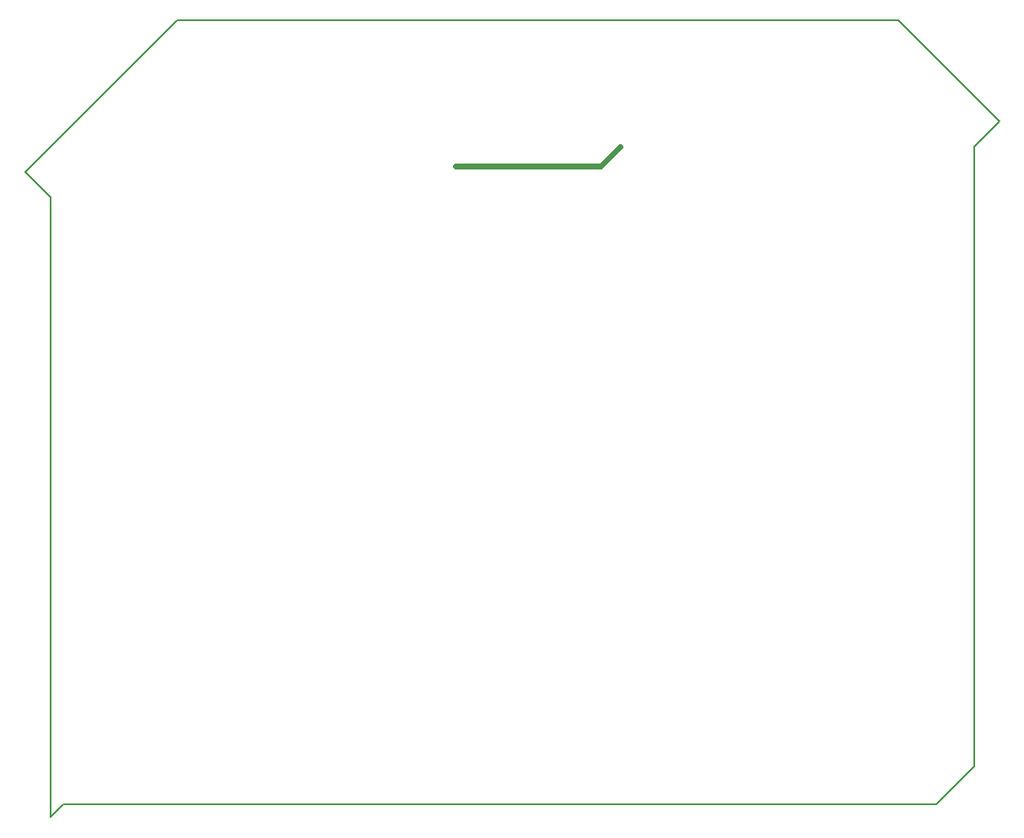
<source format=gbr>
G04 EAGLE Gerber RS-274X export*
G75*
%MOMM*%
%FSLAX34Y34*%
%LPD*%
%INBottom Copper*%
%IPPOS*%
%AMOC8*
5,1,8,0,0,1.08239X$1,22.5*%
G01*
%ADD10C,0.609600*%
%ADD11C,0.152400*%


D10*
X342900Y577850D02*
X488950Y577850D01*
X508000Y596900D01*
D11*
X787400Y723900D02*
X63500Y723900D01*
X787400Y723900D02*
X889000Y622300D01*
X863600Y596900D01*
X863600Y-25400D01*
X825500Y-63500D01*
X-50800Y-63500D01*
X-63500Y-76200D01*
X-63500Y546100D01*
X-88900Y571500D01*
X63500Y723900D01*
M02*

</source>
